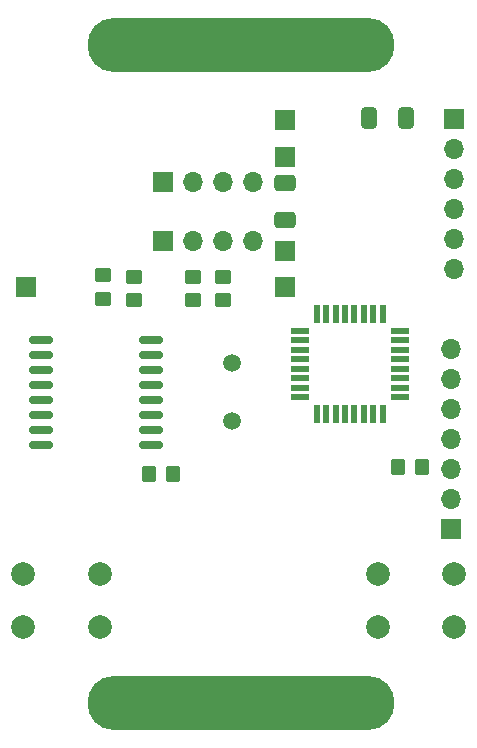
<source format=gts>
%TF.GenerationSoftware,KiCad,Pcbnew,(6.0.6)*%
%TF.CreationDate,2022-10-28T21:49:34+08:00*%
%TF.ProjectId,KB_SmartWatch,4b425f53-6d61-4727-9457-617463682e6b,rev?*%
%TF.SameCoordinates,Original*%
%TF.FileFunction,Soldermask,Top*%
%TF.FilePolarity,Negative*%
%FSLAX46Y46*%
G04 Gerber Fmt 4.6, Leading zero omitted, Abs format (unit mm)*
G04 Created by KiCad (PCBNEW (6.0.6)) date 2022-10-28 21:49:34*
%MOMM*%
%LPD*%
G01*
G04 APERTURE LIST*
G04 Aperture macros list*
%AMRoundRect*
0 Rectangle with rounded corners*
0 $1 Rounding radius*
0 $2 $3 $4 $5 $6 $7 $8 $9 X,Y pos of 4 corners*
0 Add a 4 corners polygon primitive as box body*
4,1,4,$2,$3,$4,$5,$6,$7,$8,$9,$2,$3,0*
0 Add four circle primitives for the rounded corners*
1,1,$1+$1,$2,$3*
1,1,$1+$1,$4,$5*
1,1,$1+$1,$6,$7*
1,1,$1+$1,$8,$9*
0 Add four rect primitives between the rounded corners*
20,1,$1+$1,$2,$3,$4,$5,0*
20,1,$1+$1,$4,$5,$6,$7,0*
20,1,$1+$1,$6,$7,$8,$9,0*
20,1,$1+$1,$8,$9,$2,$3,0*%
G04 Aperture macros list end*
%ADD10O,26.000000X4.600000*%
%ADD11RoundRect,0.150000X-0.875000X-0.150000X0.875000X-0.150000X0.875000X0.150000X-0.875000X0.150000X0*%
%ADD12R,1.600000X0.550000*%
%ADD13R,0.550000X1.600000*%
%ADD14R,1.700000X1.700000*%
%ADD15RoundRect,0.250000X-0.350000X-0.450000X0.350000X-0.450000X0.350000X0.450000X-0.350000X0.450000X0*%
%ADD16RoundRect,0.250000X0.450000X-0.350000X0.450000X0.350000X-0.450000X0.350000X-0.450000X-0.350000X0*%
%ADD17C,1.500000*%
%ADD18C,2.000000*%
%ADD19O,1.700000X1.700000*%
%ADD20RoundRect,0.250000X0.650000X-0.412500X0.650000X0.412500X-0.650000X0.412500X-0.650000X-0.412500X0*%
%ADD21RoundRect,0.250000X-0.412500X-0.650000X0.412500X-0.650000X0.412500X0.650000X-0.412500X0.650000X0*%
%ADD22RoundRect,0.250000X-0.450000X0.350000X-0.450000X-0.350000X0.450000X-0.350000X0.450000X0.350000X0*%
G04 APERTURE END LIST*
D10*
%TO.C,REF\u002A\u002A*%
X205600000Y-24700000D03*
%TD*%
%TO.C,REF\u002A\u002A*%
X205600000Y-80400000D03*
%TD*%
D11*
%TO.C,U2*%
X188650000Y-49655000D03*
X188650000Y-50925000D03*
X188650000Y-52195000D03*
X188650000Y-53465000D03*
X188650000Y-54735000D03*
X188650000Y-56005000D03*
X188650000Y-57275000D03*
X188650000Y-58545000D03*
X197950000Y-58545000D03*
X197950000Y-57275000D03*
X197950000Y-56005000D03*
X197950000Y-54735000D03*
X197950000Y-53465000D03*
X197950000Y-52195000D03*
X197950000Y-50925000D03*
X197950000Y-49655000D03*
%TD*%
D12*
%TO.C,U1*%
X210550000Y-48900000D03*
X210550000Y-49700000D03*
X210550000Y-50500000D03*
X210550000Y-51300000D03*
X210550000Y-52100000D03*
X210550000Y-52900000D03*
X210550000Y-53700000D03*
X210550000Y-54500000D03*
D13*
X212000000Y-55950000D03*
X212800000Y-55950000D03*
X213600000Y-55950000D03*
X214400000Y-55950000D03*
X215200000Y-55950000D03*
X216000000Y-55950000D03*
X216800000Y-55950000D03*
X217600000Y-55950000D03*
D12*
X219050000Y-54500000D03*
X219050000Y-53700000D03*
X219050000Y-52900000D03*
X219050000Y-52100000D03*
X219050000Y-51300000D03*
X219050000Y-50500000D03*
X219050000Y-49700000D03*
X219050000Y-48900000D03*
D13*
X217600000Y-47450000D03*
X216800000Y-47450000D03*
X216000000Y-47450000D03*
X215200000Y-47450000D03*
X214400000Y-47450000D03*
X213600000Y-47450000D03*
X212800000Y-47450000D03*
X212000000Y-47450000D03*
%TD*%
D14*
%TO.C,J9*%
X187400000Y-45200000D03*
%TD*%
%TO.C,J6*%
X209300000Y-42100000D03*
%TD*%
D15*
%TO.C,R1*%
X218900000Y-60400000D03*
X220900000Y-60400000D03*
%TD*%
D16*
%TO.C,R11*%
X201500000Y-46300000D03*
X201500000Y-44300000D03*
%TD*%
%TO.C,R9*%
X204100000Y-46300000D03*
X204100000Y-44300000D03*
%TD*%
D17*
%TO.C,Y1*%
X204800000Y-56550000D03*
X204800000Y-51650000D03*
%TD*%
D18*
%TO.C,SW2*%
X217150000Y-69450000D03*
X223650000Y-69450000D03*
X217150000Y-73950000D03*
X223650000Y-73950000D03*
%TD*%
D19*
%TO.C,J4*%
X206620000Y-36300000D03*
X204080000Y-36300000D03*
X201540000Y-36300000D03*
D14*
X199000000Y-36300000D03*
%TD*%
D20*
%TO.C,C4*%
X209300000Y-39462500D03*
X209300000Y-36337500D03*
%TD*%
D21*
%TO.C,C1*%
X216437500Y-30900000D03*
X219562500Y-30900000D03*
%TD*%
D22*
%TO.C,R3*%
X196500000Y-44300000D03*
X196500000Y-46300000D03*
%TD*%
D14*
%TO.C,J3*%
X223400000Y-65640000D03*
D19*
X223400000Y-63100000D03*
X223400000Y-60560000D03*
X223400000Y-58020000D03*
X223400000Y-55480000D03*
X223400000Y-52940000D03*
X223400000Y-50400000D03*
%TD*%
D14*
%TO.C,J7*%
X209300000Y-34200000D03*
%TD*%
D16*
%TO.C,R4*%
X193900000Y-46200000D03*
X193900000Y-44200000D03*
%TD*%
D14*
%TO.C,J5*%
X209300000Y-45200000D03*
%TD*%
D18*
%TO.C,SW1*%
X187150000Y-69450000D03*
X193650000Y-69450000D03*
X187150000Y-73950000D03*
X193650000Y-73950000D03*
%TD*%
D15*
%TO.C,R5*%
X197800000Y-61000000D03*
X199800000Y-61000000D03*
%TD*%
D14*
%TO.C,J1*%
X223600000Y-30950000D03*
D19*
X223600000Y-33490000D03*
X223600000Y-36030000D03*
X223600000Y-38570000D03*
X223600000Y-41110000D03*
X223600000Y-43650000D03*
%TD*%
D14*
%TO.C,J8*%
X209300000Y-31000000D03*
%TD*%
D19*
%TO.C,J2*%
X206620000Y-41300000D03*
X204080000Y-41300000D03*
X201540000Y-41300000D03*
D14*
X199000000Y-41300000D03*
%TD*%
M02*

</source>
